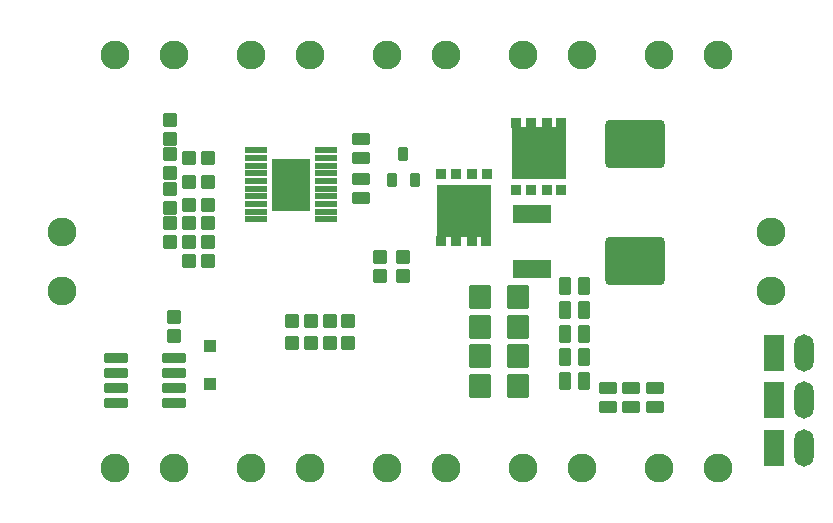
<source format=gts>
G04*
G04 #@! TF.GenerationSoftware,Altium Limited,Altium Designer,21.9.2 (33)*
G04*
G04 Layer_Color=8388736*
%FSLAX25Y25*%
%MOIN*%
G70*
G04*
G04 #@! TF.SameCoordinates,4B28BFC6-66F2-4CE6-BA62-AB5105B5E065*
G04*
G04*
G04 #@! TF.FilePolarity,Negative*
G04*
G01*
G75*
G04:AMPARAMS|DCode=31|XSize=35.98mil|YSize=45.28mil|CornerRadius=5.21mil|HoleSize=0mil|Usage=FLASHONLY|Rotation=180.000|XOffset=0mil|YOffset=0mil|HoleType=Round|Shape=RoundedRectangle|*
%AMROUNDEDRECTD31*
21,1,0.03598,0.03486,0,0,180.0*
21,1,0.02557,0.04528,0,0,180.0*
1,1,0.01042,-0.01278,0.01743*
1,1,0.01042,0.01278,0.01743*
1,1,0.01042,0.01278,-0.01743*
1,1,0.01042,-0.01278,-0.01743*
%
%ADD31ROUNDEDRECTD31*%
G04:AMPARAMS|DCode=32|XSize=76.38mil|YSize=22.84mil|CornerRadius=5.22mil|HoleSize=0mil|Usage=FLASHONLY|Rotation=0.000|XOffset=0mil|YOffset=0mil|HoleType=Round|Shape=RoundedRectangle|*
%AMROUNDEDRECTD32*
21,1,0.07638,0.01240,0,0,0.0*
21,1,0.06594,0.02284,0,0,0.0*
1,1,0.01043,0.03297,-0.00620*
1,1,0.01043,-0.03297,-0.00620*
1,1,0.01043,-0.03297,0.00620*
1,1,0.01043,0.03297,0.00620*
%
%ADD32ROUNDEDRECTD32*%
%ADD33R,0.13005X0.17729*%
%ADD34R,0.07638X0.02284*%
G04:AMPARAMS|DCode=35|XSize=198.82mil|YSize=159.45mil|CornerRadius=14.47mil|HoleSize=0mil|Usage=FLASHONLY|Rotation=0.000|XOffset=0mil|YOffset=0mil|HoleType=Round|Shape=RoundedRectangle|*
%AMROUNDEDRECTD35*
21,1,0.19882,0.13051,0,0,0.0*
21,1,0.16988,0.15945,0,0,0.0*
1,1,0.02894,0.08494,-0.06526*
1,1,0.02894,-0.08494,-0.06526*
1,1,0.02894,-0.08494,0.06526*
1,1,0.02894,0.08494,0.06526*
%
%ADD35ROUNDEDRECTD35*%
%ADD36R,0.03248X0.03740*%
%ADD37R,0.18347X0.17500*%
%ADD38R,0.04331X0.04134*%
G04:AMPARAMS|DCode=39|XSize=62.99mil|YSize=127.95mil|CornerRadius=7.23mil|HoleSize=0mil|Usage=FLASHONLY|Rotation=90.000|XOffset=0mil|YOffset=0mil|HoleType=Round|Shape=RoundedRectangle|*
%AMROUNDEDRECTD39*
21,1,0.06299,0.11348,0,0,90.0*
21,1,0.04852,0.12795,0,0,90.0*
1,1,0.01447,0.05674,0.02426*
1,1,0.01447,0.05674,-0.02426*
1,1,0.01447,-0.05674,-0.02426*
1,1,0.01447,-0.05674,0.02426*
%
%ADD39ROUNDEDRECTD39*%
G04:AMPARAMS|DCode=40|XSize=49.21mil|YSize=45.28mil|CornerRadius=5.91mil|HoleSize=0mil|Usage=FLASHONLY|Rotation=0.000|XOffset=0mil|YOffset=0mil|HoleType=Round|Shape=RoundedRectangle|*
%AMROUNDEDRECTD40*
21,1,0.04921,0.03347,0,0,0.0*
21,1,0.03740,0.04528,0,0,0.0*
1,1,0.01181,0.01870,-0.01673*
1,1,0.01181,-0.01870,-0.01673*
1,1,0.01181,-0.01870,0.01673*
1,1,0.01181,0.01870,0.01673*
%
%ADD40ROUNDEDRECTD40*%
G04:AMPARAMS|DCode=41|XSize=49.21mil|YSize=45.28mil|CornerRadius=5.91mil|HoleSize=0mil|Usage=FLASHONLY|Rotation=90.000|XOffset=0mil|YOffset=0mil|HoleType=Round|Shape=RoundedRectangle|*
%AMROUNDEDRECTD41*
21,1,0.04921,0.03347,0,0,90.0*
21,1,0.03740,0.04528,0,0,90.0*
1,1,0.01181,0.01673,0.01870*
1,1,0.01181,0.01673,-0.01870*
1,1,0.01181,-0.01673,-0.01870*
1,1,0.01181,-0.01673,0.01870*
%
%ADD41ROUNDEDRECTD41*%
G04:AMPARAMS|DCode=42|XSize=49.21mil|YSize=45.28mil|CornerRadius=6.89mil|HoleSize=0mil|Usage=FLASHONLY|Rotation=90.000|XOffset=0mil|YOffset=0mil|HoleType=Round|Shape=RoundedRectangle|*
%AMROUNDEDRECTD42*
21,1,0.04921,0.03150,0,0,90.0*
21,1,0.03543,0.04528,0,0,90.0*
1,1,0.01378,0.01575,0.01772*
1,1,0.01378,0.01575,-0.01772*
1,1,0.01378,-0.01575,-0.01772*
1,1,0.01378,-0.01575,0.01772*
%
%ADD42ROUNDEDRECTD42*%
G04:AMPARAMS|DCode=43|XSize=80.71mil|YSize=74.8mil|CornerRadius=9.84mil|HoleSize=0mil|Usage=FLASHONLY|Rotation=270.000|XOffset=0mil|YOffset=0mil|HoleType=Round|Shape=RoundedRectangle|*
%AMROUNDEDRECTD43*
21,1,0.08071,0.05512,0,0,270.0*
21,1,0.06102,0.07480,0,0,270.0*
1,1,0.01968,-0.02756,-0.03051*
1,1,0.01968,-0.02756,0.03051*
1,1,0.01968,0.02756,0.03051*
1,1,0.01968,0.02756,-0.03051*
%
%ADD43ROUNDEDRECTD43*%
G04:AMPARAMS|DCode=44|XSize=61.02mil|YSize=41.34mil|CornerRadius=5.61mil|HoleSize=0mil|Usage=FLASHONLY|Rotation=180.000|XOffset=0mil|YOffset=0mil|HoleType=Round|Shape=RoundedRectangle|*
%AMROUNDEDRECTD44*
21,1,0.06102,0.03012,0,0,180.0*
21,1,0.04980,0.04134,0,0,180.0*
1,1,0.01122,-0.02490,0.01506*
1,1,0.01122,0.02490,0.01506*
1,1,0.01122,0.02490,-0.01506*
1,1,0.01122,-0.02490,-0.01506*
%
%ADD44ROUNDEDRECTD44*%
G04:AMPARAMS|DCode=45|XSize=61.02mil|YSize=41.34mil|CornerRadius=5.61mil|HoleSize=0mil|Usage=FLASHONLY|Rotation=90.000|XOffset=0mil|YOffset=0mil|HoleType=Round|Shape=RoundedRectangle|*
%AMROUNDEDRECTD45*
21,1,0.06102,0.03012,0,0,90.0*
21,1,0.04980,0.04134,0,0,90.0*
1,1,0.01122,0.01506,0.02490*
1,1,0.01122,0.01506,-0.02490*
1,1,0.01122,-0.01506,-0.02490*
1,1,0.01122,-0.01506,0.02490*
%
%ADD45ROUNDEDRECTD45*%
G04:AMPARAMS|DCode=46|XSize=49.21mil|YSize=45.28mil|CornerRadius=6.89mil|HoleSize=0mil|Usage=FLASHONLY|Rotation=180.000|XOffset=0mil|YOffset=0mil|HoleType=Round|Shape=RoundedRectangle|*
%AMROUNDEDRECTD46*
21,1,0.04921,0.03150,0,0,180.0*
21,1,0.03543,0.04528,0,0,180.0*
1,1,0.01378,-0.01772,0.01575*
1,1,0.01378,0.01772,0.01575*
1,1,0.01378,0.01772,-0.01575*
1,1,0.01378,-0.01772,-0.01575*
%
%ADD46ROUNDEDRECTD46*%
G04:AMPARAMS|DCode=47|XSize=34.25mil|YSize=80.71mil|CornerRadius=5.08mil|HoleSize=0mil|Usage=FLASHONLY|Rotation=270.000|XOffset=0mil|YOffset=0mil|HoleType=Round|Shape=RoundedRectangle|*
%AMROUNDEDRECTD47*
21,1,0.03425,0.07055,0,0,270.0*
21,1,0.02410,0.08071,0,0,270.0*
1,1,0.01016,-0.03528,-0.01205*
1,1,0.01016,-0.03528,0.01205*
1,1,0.01016,0.03528,0.01205*
1,1,0.01016,0.03528,-0.01205*
%
%ADD47ROUNDEDRECTD47*%
%ADD48C,0.00591*%
%ADD49R,0.06528X0.12465*%
%ADD50O,0.06528X0.12465*%
%ADD51C,0.09646*%
D31*
X139567Y125591D02*
D03*
X147047D02*
D03*
X143307Y134252D02*
D03*
D32*
X94213Y132973D02*
D03*
Y130413D02*
D03*
Y127854D02*
D03*
Y125295D02*
D03*
Y120177D02*
D03*
Y122736D02*
D03*
Y117618D02*
D03*
Y115059D02*
D03*
Y112500D02*
D03*
X117598D02*
D03*
Y115059D02*
D03*
Y117618D02*
D03*
Y120177D02*
D03*
Y122736D02*
D03*
Y125295D02*
D03*
Y127854D02*
D03*
Y130413D02*
D03*
Y132973D02*
D03*
Y135531D02*
D03*
D33*
X105905Y124016D02*
D03*
D34*
X94213Y135531D02*
D03*
D35*
X220472Y137598D02*
D03*
Y98622D02*
D03*
D36*
X166053Y105310D02*
D03*
X171002D02*
D03*
X171004Y127559D02*
D03*
X166053D02*
D03*
X160856D02*
D03*
Y105310D02*
D03*
X155907D02*
D03*
X155905Y127559D02*
D03*
X185827Y144690D02*
D03*
X180878D02*
D03*
X180876Y122441D02*
D03*
X185827D02*
D03*
X191024D02*
D03*
Y144690D02*
D03*
X195972D02*
D03*
X195974Y122441D02*
D03*
D37*
X163455Y115246D02*
D03*
X188425Y134754D02*
D03*
D38*
X78740Y70177D02*
D03*
Y57776D02*
D03*
D39*
X186221Y95866D02*
D03*
Y114370D02*
D03*
D40*
X66929Y73721D02*
D03*
Y80020D02*
D03*
X65472Y145571D02*
D03*
Y139272D02*
D03*
Y134153D02*
D03*
Y127854D02*
D03*
Y105020D02*
D03*
Y111319D02*
D03*
X71772Y111319D02*
D03*
Y105020D02*
D03*
X65472Y116437D02*
D03*
Y122736D02*
D03*
X143307Y93701D02*
D03*
Y100000D02*
D03*
X135433Y100000D02*
D03*
Y93701D02*
D03*
D41*
X78071Y132972D02*
D03*
X71772D02*
D03*
X106090Y71228D02*
D03*
X112390D02*
D03*
X106090Y78708D02*
D03*
X112390D02*
D03*
D42*
X124988Y71228D02*
D03*
X118689D02*
D03*
X124988Y78708D02*
D03*
X118689D02*
D03*
X78071Y98720D02*
D03*
X71772D02*
D03*
X78071Y125098D02*
D03*
X71772D02*
D03*
Y117224D02*
D03*
X78071D02*
D03*
D43*
X168898Y57087D02*
D03*
X181496D02*
D03*
X168898Y66929D02*
D03*
X181496D02*
D03*
X168898Y76772D02*
D03*
X181496D02*
D03*
X168898Y86614D02*
D03*
X181496D02*
D03*
D44*
X129252Y125984D02*
D03*
Y119488D02*
D03*
Y132874D02*
D03*
Y139370D02*
D03*
X211417Y56398D02*
D03*
Y49902D02*
D03*
X219291Y56398D02*
D03*
Y49902D02*
D03*
X227165Y56398D02*
D03*
Y49902D02*
D03*
D45*
X203642Y90158D02*
D03*
X197146D02*
D03*
X203642Y82284D02*
D03*
X197146D02*
D03*
X203642Y74410D02*
D03*
X197146D02*
D03*
X203642Y66535D02*
D03*
X197146D02*
D03*
X203642Y58661D02*
D03*
X197146D02*
D03*
D46*
X78071Y111319D02*
D03*
Y105020D02*
D03*
D47*
X66732Y51243D02*
D03*
Y56243D02*
D03*
Y61243D02*
D03*
Y66243D02*
D03*
X47441Y51243D02*
D03*
Y56243D02*
D03*
Y61243D02*
D03*
Y66243D02*
D03*
D48*
X15748Y15748D02*
D03*
X279528D02*
D03*
X15748Y181102D02*
D03*
X279528D02*
D03*
D49*
X266732Y67913D02*
D03*
Y52165D02*
D03*
X266772Y36220D02*
D03*
D50*
X276732Y67913D02*
D03*
Y52165D02*
D03*
X276772Y36220D02*
D03*
D51*
X66929Y29528D02*
D03*
X47244D02*
D03*
X29528Y88583D02*
D03*
Y108268D02*
D03*
X137795Y167323D02*
D03*
X157480D02*
D03*
Y29528D02*
D03*
X137795D02*
D03*
X265748Y108268D02*
D03*
Y88583D02*
D03*
X112205Y29528D02*
D03*
X92520D02*
D03*
X202756D02*
D03*
X183071D02*
D03*
X248031D02*
D03*
X228346D02*
D03*
X47244Y167323D02*
D03*
X66929D02*
D03*
X92520D02*
D03*
X112205D02*
D03*
X183071D02*
D03*
X202756D02*
D03*
X228346D02*
D03*
X248031D02*
D03*
M02*

</source>
